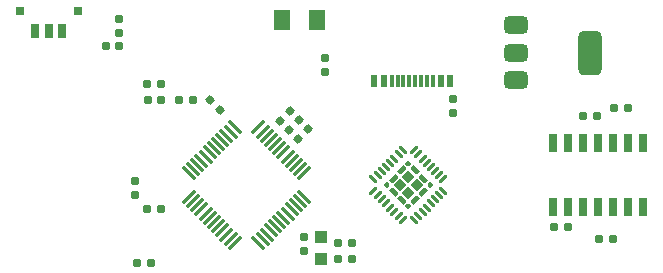
<source format=gbr>
%TF.GenerationSoftware,KiCad,Pcbnew,8.0.2-8.0.2-0~ubuntu22.04.1*%
%TF.CreationDate,2024-07-23T14:23:55-05:00*%
%TF.ProjectId,atslim-328,6174736c-696d-42d3-9332-382e6b696361,rev?*%
%TF.SameCoordinates,Original*%
%TF.FileFunction,Paste,Top*%
%TF.FilePolarity,Positive*%
%FSLAX46Y46*%
G04 Gerber Fmt 4.6, Leading zero omitted, Abs format (unit mm)*
G04 Created by KiCad (PCBNEW 8.0.2-8.0.2-0~ubuntu22.04.1) date 2024-07-23 14:23:55*
%MOMM*%
%LPD*%
G01*
G04 APERTURE LIST*
G04 Aperture macros list*
%AMRoundRect*
0 Rectangle with rounded corners*
0 $1 Rounding radius*
0 $2 $3 $4 $5 $6 $7 $8 $9 X,Y pos of 4 corners*
0 Add a 4 corners polygon primitive as box body*
4,1,4,$2,$3,$4,$5,$6,$7,$8,$9,$2,$3,0*
0 Add four circle primitives for the rounded corners*
1,1,$1+$1,$2,$3*
1,1,$1+$1,$4,$5*
1,1,$1+$1,$6,$7*
1,1,$1+$1,$8,$9*
0 Add four rect primitives between the rounded corners*
20,1,$1+$1,$2,$3,$4,$5,0*
20,1,$1+$1,$4,$5,$6,$7,0*
20,1,$1+$1,$6,$7,$8,$9,0*
20,1,$1+$1,$8,$9,$2,$3,0*%
%AMFreePoly0*
4,1,21,0.105327,0.385197,0.116521,0.375637,0.194236,0.297922,0.220557,0.246263,0.221713,0.231588,0.221713,-0.231588,0.203796,-0.286728,0.194236,-0.297922,0.116521,-0.375637,0.064862,-0.401958,0.050188,-0.403113,-0.127901,-0.403113,-0.183042,-0.385197,-0.217121,-0.338292,-0.221712,-0.309303,-0.221712,0.309303,-0.203796,0.364444,-0.156891,0.398522,-0.127901,0.403113,0.050188,0.403113,
0.105327,0.385197,0.105327,0.385197,$1*%
%AMFreePoly1*
4,1,19,0.176016,0.200540,0.216286,0.145112,0.221712,0.110856,0.221713,0.000473,0.200540,-0.064687,0.189243,-0.077915,0.077915,-0.189243,0.016869,-0.220347,-0.000473,-0.221713,-0.110856,-0.221712,-0.176016,-0.200540,-0.216286,-0.145112,-0.221712,-0.110856,-0.221712,0.110856,-0.200540,0.176016,-0.145112,0.216286,-0.110856,0.221712,0.110856,0.221712,0.176016,0.200540,0.176016,0.200540,
$1*%
%AMFreePoly2*
4,1,19,0.064687,0.200540,0.077915,0.189243,0.189243,0.077915,0.220347,0.016869,0.221713,-0.000473,0.221712,-0.110856,0.200540,-0.176016,0.145112,-0.216286,0.110856,-0.221712,-0.110856,-0.221712,-0.176016,-0.200540,-0.216286,-0.145112,-0.221712,-0.110856,-0.221712,0.110856,-0.200540,0.176016,-0.145112,0.216286,-0.110856,0.221712,-0.000473,0.221713,0.064687,0.200540,0.064687,0.200540,
$1*%
%AMFreePoly3*
4,1,21,0.364444,0.203796,0.398522,0.156891,0.403113,0.127901,0.403113,-0.050188,0.385197,-0.105327,0.375637,-0.116521,0.297922,-0.194236,0.246263,-0.220557,0.231588,-0.221713,-0.231588,-0.221713,-0.286728,-0.203796,-0.297922,-0.194236,-0.375637,-0.116521,-0.401958,-0.064862,-0.403113,-0.050188,-0.403113,0.127901,-0.385197,0.183042,-0.338292,0.217121,-0.309303,0.221712,0.309303,0.221712,
0.364444,0.203796,0.364444,0.203796,$1*%
%AMFreePoly4*
4,1,21,0.286728,0.203796,0.297922,0.194236,0.375637,0.116521,0.401958,0.064862,0.403113,0.050188,0.403113,-0.127901,0.385197,-0.183042,0.338292,-0.217121,0.309303,-0.221712,-0.309303,-0.221712,-0.364444,-0.203796,-0.398522,-0.156891,-0.403113,-0.127901,-0.403113,0.050188,-0.385197,0.105327,-0.375637,0.116521,-0.297922,0.194236,-0.246263,0.220557,-0.231588,0.221713,0.231588,0.221713,
0.286728,0.203796,0.286728,0.203796,$1*%
%AMFreePoly5*
4,1,19,0.176016,0.200540,0.216286,0.145112,0.221712,0.110856,0.221712,-0.110856,0.200540,-0.176016,0.145112,-0.216286,0.110856,-0.221712,0.000473,-0.221713,-0.064687,-0.200540,-0.077915,-0.189243,-0.189243,-0.077915,-0.220347,-0.016869,-0.221713,0.000473,-0.221712,0.110856,-0.200540,0.176016,-0.145112,0.216286,-0.110856,0.221712,0.110856,0.221712,0.176016,0.200540,0.176016,0.200540,
$1*%
%AMFreePoly6*
4,1,19,0.176016,0.200540,0.216286,0.145112,0.221712,0.110856,0.221712,-0.110856,0.200540,-0.176016,0.145112,-0.216286,0.110856,-0.221712,-0.110856,-0.221712,-0.176016,-0.200540,-0.216286,-0.145112,-0.221712,-0.110856,-0.221713,-0.000473,-0.200540,0.064687,-0.189243,0.077915,-0.077915,0.189243,-0.016869,0.220347,0.000473,0.221713,0.110856,0.221712,0.176016,0.200540,0.176016,0.200540,
$1*%
%AMFreePoly7*
4,1,21,0.183042,0.385197,0.217121,0.338292,0.221712,0.309303,0.221712,-0.309303,0.203796,-0.364444,0.156891,-0.398522,0.127901,-0.403113,-0.050188,-0.403113,-0.105327,-0.385197,-0.116521,-0.375637,-0.194236,-0.297922,-0.220557,-0.246263,-0.221713,-0.231588,-0.221713,0.231588,-0.203796,0.286728,-0.194236,0.297922,-0.116521,0.375637,-0.064862,0.401958,-0.050188,0.403113,0.127901,0.403113,
0.183042,0.385197,0.183042,0.385197,$1*%
G04 Aperture macros list end*
%ADD10RoundRect,0.375000X-0.625000X-0.375000X0.625000X-0.375000X0.625000X0.375000X-0.625000X0.375000X0*%
%ADD11RoundRect,0.500000X-0.500000X-1.400000X0.500000X-1.400000X0.500000X1.400000X-0.500000X1.400000X0*%
%ADD12RoundRect,0.155000X-0.212500X-0.155000X0.212500X-0.155000X0.212500X0.155000X-0.212500X0.155000X0*%
%ADD13R,0.650000X1.525000*%
%ADD14RoundRect,0.160000X-0.026517X-0.252791X0.252791X0.026517X0.026517X0.252791X-0.252791X-0.026517X0*%
%ADD15RoundRect,0.250001X0.462499X0.624999X-0.462499X0.624999X-0.462499X-0.624999X0.462499X-0.624999X0*%
%ADD16R,0.800000X1.250000*%
%ADD17R,0.650000X0.700000*%
%ADD18RoundRect,0.160000X-0.160000X0.197500X-0.160000X-0.197500X0.160000X-0.197500X0.160000X0.197500X0*%
%ADD19RoundRect,0.160000X-0.197500X-0.160000X0.197500X-0.160000X0.197500X0.160000X-0.197500X0.160000X0*%
%ADD20RoundRect,0.155000X0.212500X0.155000X-0.212500X0.155000X-0.212500X-0.155000X0.212500X-0.155000X0*%
%ADD21RoundRect,0.075000X-0.521491X0.415425X0.415425X-0.521491X0.521491X-0.415425X-0.415425X0.521491X0*%
%ADD22RoundRect,0.075000X-0.521491X-0.415425X-0.415425X-0.521491X0.521491X0.415425X0.415425X0.521491X0*%
%ADD23RoundRect,0.155000X0.155000X-0.212500X0.155000X0.212500X-0.155000X0.212500X-0.155000X-0.212500X0*%
%ADD24RoundRect,0.160000X0.197500X0.160000X-0.197500X0.160000X-0.197500X-0.160000X0.197500X-0.160000X0*%
%ADD25R,1.100000X1.050000*%
%ADD26RoundRect,0.160000X-0.252791X0.026517X0.026517X-0.252791X0.252791X-0.026517X-0.026517X0.252791X0*%
%ADD27FreePoly0,45.000000*%
%ADD28FreePoly1,45.000000*%
%ADD29FreePoly2,45.000000*%
%ADD30FreePoly3,45.000000*%
%ADD31RoundRect,0.201557X0.000000X-0.285043X0.285043X0.000000X0.000000X0.285043X-0.285043X0.000000X0*%
%ADD32FreePoly4,45.000000*%
%ADD33FreePoly5,45.000000*%
%ADD34FreePoly6,45.000000*%
%ADD35FreePoly7,45.000000*%
%ADD36RoundRect,0.062500X-0.220971X-0.309359X0.309359X0.220971X0.220971X0.309359X-0.309359X-0.220971X0*%
%ADD37RoundRect,0.062500X0.220971X-0.309359X0.309359X-0.220971X-0.220971X0.309359X-0.309359X0.220971X0*%
%ADD38R,0.600000X1.100000*%
%ADD39R,0.300000X1.100000*%
G04 APERTURE END LIST*
D10*
%TO.C,U2*%
X123180000Y-73967500D03*
X123180000Y-76267500D03*
D11*
X129480000Y-76267500D03*
D10*
X123180000Y-78567500D03*
%TD*%
D12*
%TO.C,C7*%
X91972500Y-89540000D03*
X93107500Y-89540000D03*
%TD*%
D13*
%TO.C,IC1*%
X126340000Y-89337000D03*
X127610000Y-89337000D03*
X128880000Y-89337000D03*
X130150000Y-89337000D03*
X131420000Y-89337000D03*
X132690000Y-89337000D03*
X133960000Y-89337000D03*
X133960000Y-83913000D03*
X132690000Y-83913000D03*
X131420000Y-83913000D03*
X130150000Y-83913000D03*
X128880000Y-83913000D03*
X127610000Y-83913000D03*
X126340000Y-83913000D03*
%TD*%
D14*
%TO.C,R11*%
X104727504Y-83592496D03*
X105572496Y-82747504D03*
%TD*%
%TO.C,R9*%
X103217504Y-82042496D03*
X104062496Y-81197504D03*
%TD*%
D15*
%TO.C,D1*%
X106382500Y-73490000D03*
X103407500Y-73490000D03*
%TD*%
D16*
%TO.C,J2*%
X83640000Y-74465000D03*
X84790000Y-74465000D03*
X82490000Y-74465000D03*
D17*
X86115000Y-72740000D03*
X81165000Y-72740000D03*
%TD*%
D18*
%TO.C,R12*%
X105245000Y-91872500D03*
X105245000Y-93067500D03*
%TD*%
D14*
%TO.C,R10*%
X103982504Y-82827496D03*
X104827496Y-81982504D03*
%TD*%
D19*
%TO.C,R3*%
X126367500Y-91025000D03*
X127562500Y-91025000D03*
%TD*%
D12*
%TO.C,C6*%
X108152500Y-92395000D03*
X109287500Y-92395000D03*
%TD*%
D20*
%TO.C,C1*%
X89582500Y-75732500D03*
X88447500Y-75732500D03*
%TD*%
D21*
%TO.C,U3*%
X99386212Y-82602124D03*
X99032658Y-82955678D03*
X98679105Y-83309231D03*
X98325551Y-83662785D03*
X97971998Y-84016338D03*
X97618445Y-84369891D03*
X97264891Y-84723445D03*
X96911338Y-85076998D03*
X96557785Y-85430551D03*
X96204231Y-85784105D03*
X95850678Y-86137658D03*
X95497124Y-86491212D03*
D22*
X95497124Y-88488788D03*
X95850678Y-88842342D03*
X96204231Y-89195895D03*
X96557785Y-89549449D03*
X96911338Y-89903002D03*
X97264891Y-90256555D03*
X97618445Y-90610109D03*
X97971998Y-90963662D03*
X98325551Y-91317215D03*
X98679105Y-91670769D03*
X99032658Y-92024322D03*
X99386212Y-92377876D03*
D21*
X101383788Y-92377876D03*
X101737342Y-92024322D03*
X102090895Y-91670769D03*
X102444449Y-91317215D03*
X102798002Y-90963662D03*
X103151555Y-90610109D03*
X103505109Y-90256555D03*
X103858662Y-89903002D03*
X104212215Y-89549449D03*
X104565769Y-89195895D03*
X104919322Y-88842342D03*
X105272876Y-88488788D03*
D22*
X105272876Y-86491212D03*
X104919322Y-86137658D03*
X104565769Y-85784105D03*
X104212215Y-85430551D03*
X103858662Y-85076998D03*
X103505109Y-84723445D03*
X103151555Y-84369891D03*
X102798002Y-84016338D03*
X102444449Y-83662785D03*
X102090895Y-83309231D03*
X101737342Y-82955678D03*
X101383788Y-82602124D03*
%TD*%
D19*
%TO.C,R4*%
X130222500Y-92065000D03*
X131417500Y-92065000D03*
%TD*%
D23*
%TO.C,C4*%
X117850000Y-81367500D03*
X117850000Y-80232500D03*
%TD*%
D24*
%TO.C,R19*%
X95827500Y-80300000D03*
X94632500Y-80300000D03*
%TD*%
D25*
%TO.C,X1*%
X106685000Y-91895000D03*
X106685000Y-93745000D03*
%TD*%
D24*
%TO.C,R6*%
X132707500Y-80925000D03*
X131512500Y-80925000D03*
%TD*%
D18*
%TO.C,R1*%
X89580000Y-73405000D03*
X89580000Y-74600000D03*
%TD*%
D26*
%TO.C,R16*%
X97322504Y-80322504D03*
X98167496Y-81167496D03*
%TD*%
D27*
%TO.C,U1*%
X112830000Y-88038008D03*
X113537107Y-88745115D03*
D28*
X112281993Y-87490000D03*
D29*
X114085115Y-89293122D03*
D30*
X112830000Y-86941992D03*
D31*
X113378008Y-87490000D03*
X114085115Y-88197107D03*
D32*
X114633123Y-88745115D03*
D30*
X113537107Y-86234885D03*
D31*
X114085115Y-86782893D03*
X114792222Y-87490000D03*
D32*
X115340230Y-88038008D03*
D33*
X114085115Y-85686878D03*
D34*
X115888237Y-87490000D03*
D35*
X114633123Y-86234885D03*
X115340230Y-86941992D03*
D36*
X111124105Y-87976136D03*
X111477659Y-88329689D03*
X111831212Y-88683243D03*
X112184766Y-89036796D03*
X112538319Y-89390349D03*
X112891872Y-89743903D03*
X113245426Y-90097456D03*
X113598979Y-90451010D03*
D37*
X114571251Y-90451010D03*
X114924804Y-90097456D03*
X115278358Y-89743903D03*
X115631911Y-89390349D03*
X115985464Y-89036796D03*
X116339018Y-88683243D03*
X116692571Y-88329689D03*
X117046125Y-87976136D03*
D36*
X117046125Y-87003864D03*
X116692571Y-86650311D03*
X116339018Y-86296757D03*
X115985464Y-85943204D03*
X115631911Y-85589651D03*
X115278358Y-85236097D03*
X114924804Y-84882544D03*
X114571251Y-84528990D03*
D37*
X113598979Y-84528990D03*
X113245426Y-84882544D03*
X112891872Y-85236097D03*
X112538319Y-85589651D03*
X112184766Y-85943204D03*
X111831212Y-86296757D03*
X111477659Y-86650311D03*
X111124105Y-87003864D03*
%TD*%
D19*
%TO.C,R5*%
X128882500Y-81660000D03*
X130077500Y-81660000D03*
%TD*%
D18*
%TO.C,R22*%
X107045000Y-76702500D03*
X107045000Y-77897500D03*
%TD*%
D12*
%TO.C,C5*%
X108152500Y-93745000D03*
X109287500Y-93745000D03*
%TD*%
%TO.C,C10*%
X92007500Y-80290000D03*
X93142500Y-80290000D03*
%TD*%
D38*
%TO.C,J4*%
X117610000Y-78715000D03*
X116810000Y-78715000D03*
D39*
X115660000Y-78715000D03*
X114660000Y-78715000D03*
X114160000Y-78715000D03*
X113160000Y-78715000D03*
D38*
X111210000Y-78715000D03*
X112010000Y-78715000D03*
D39*
X112660000Y-78715000D03*
X113660000Y-78715000D03*
X115160000Y-78715000D03*
X116160000Y-78715000D03*
%TD*%
D19*
%TO.C,R20*%
X91125000Y-94060000D03*
X92320000Y-94060000D03*
%TD*%
D18*
%TO.C,R14*%
X90930000Y-87157500D03*
X90930000Y-88352500D03*
%TD*%
D19*
%TO.C,R21*%
X91977500Y-78950000D03*
X93172500Y-78950000D03*
%TD*%
M02*

</source>
